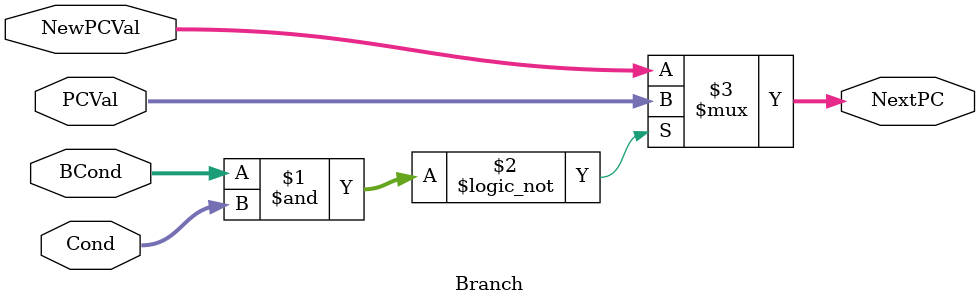
<source format=v>


module Branch(PCVal, NewPCVal, NextPC, BCond, Cond);
	input wire[31:0]	PCVal, NewPCVal;
	input wire[ 5:0]	BCond, Cond;
	output wire[31:0]	NextPC;

	assign NextPC = (BCond & Cond) == 6'b0 ? PCVal : NewPCVal;
endmodule

</source>
